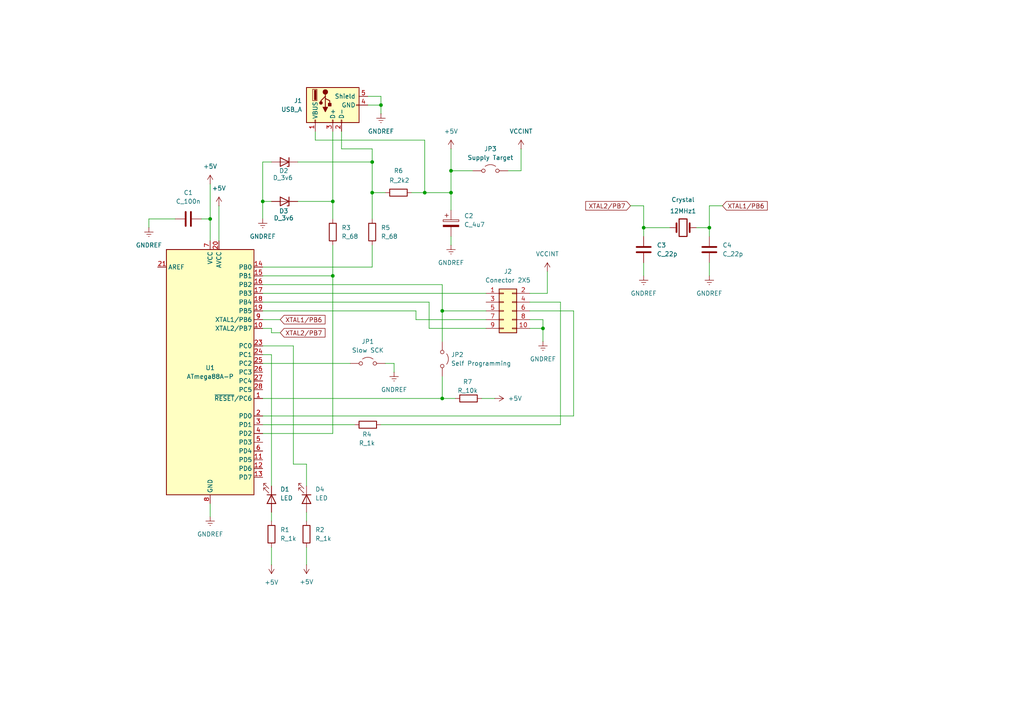
<source format=kicad_sch>
(kicad_sch (version 20231120) (generator "eeschema") (generator_version "8.0")
  (paper "A4")
  (lib_symbols
    (symbol "Connector:USB_A" (pin_names (offset 1.016))
      (property "Reference" "J" (at -5.08 11.43 0))
      (property "Value" "USB_A" (at -5.08 8.89 0))
      (symbol "USB_A_0_1"
        (rectangle (start -5.08 -7.62) (end 5.08 7.62) (stroke (width 0.254)) (fill (type background)))
        (circle (center -3.81 2.159) (radius 0.635) (stroke (width 0.254)) (fill (type outline)))
        (rectangle (start -1.524 4.826) (end -4.318 5.334) (fill (type outline)))
        (rectangle (start -1.27 4.572) (end -4.572 5.842))
        (circle (center -0.635 3.429) (radius 0.381) (stroke (width 0.254)) (fill (type outline)))
        (rectangle (start -0.127 -7.62) (end 0.127 -6.858))
        (polyline (pts (xy -3.175 2.159) (xy -2.54 2.159) (xy -1.27 3.429) (xy -0.635 3.429)) (stroke (width 0.254)))
        (polyline (pts (xy -2.54 2.159) (xy -1.905 2.159) (xy -1.27 0.889) (xy 0 0.889)) (stroke (width 0.254)))
        (polyline (pts (xy 0.635 2.794) (xy 0.635 1.524) (xy 1.905 2.159) (xy 0.635 2.794)) (stroke (width 0.254)) (fill (type outline)))
        (rectangle (start 0.254 1.27) (end -0.508 0.508) (stroke (width 0.254)) (fill (type outline)))
        (rectangle (start 5.08 -2.667) (end 4.318 -2.413))
        (rectangle (start 5.08 -0.127) (end 4.318 0.127))
        (rectangle (start 5.08 4.953) (end 4.318 5.207))
      )
      (symbol "USB_A_1_1"
        (polyline (pts (xy -1.905 2.159) (xy 0.635 2.159)) (stroke (width 0.254)))
        (pin power_in line (at 7.62 5.08 180) (length 2.54) (name "VBUS") (number "1"))
        (pin bidirectional line (at 7.62 -2.54 180) (length 2.54) (name "D-") (number "2"))
        (pin bidirectional line (at 7.62 0 180) (length 2.54) (name "D+") (number "3"))
        (pin power_in line (at 0 -10.16 90) (length 2.54) (name "GND") (number "4"))
        (pin passive line (at -2.54 -10.16 90) (length 2.54) (name "Shield") (number "5"))
      )
    )
    (symbol "Connector_Generic:Conn_02x05_Odd_Even" (pin_names (offset 1.016) hide)
      (property "Reference" "J" (at 1.27 7.62 0))
      (property "Value" "Conn_02x05_Odd_Even" (at 1.27 -7.62 0))
      (symbol "Conn_02x05_Odd_Even_1_1"
        (rectangle (start -1.27 -4.953) (end 0 -5.207) (stroke (width 0.1524)))
        (rectangle (start -1.27 -2.413) (end 0 -2.667) (stroke (width 0.1524)))
        (rectangle (start -1.27 0.127) (end 0 -0.127) (stroke (width 0.1524)))
        (rectangle (start -1.27 2.667) (end 0 2.413) (stroke (width 0.1524)))
        (rectangle (start -1.27 5.207) (end 0 4.953) (stroke (width 0.1524)))
        (rectangle (start -1.27 6.35) (end 3.81 -6.35) (stroke (width 0.254)) (fill (type background)))
        (rectangle (start 3.81 -4.953) (end 2.54 -5.207) (stroke (width 0.1524)))
        (rectangle (start 3.81 -2.413) (end 2.54 -2.667) (stroke (width 0.1524)))
        (rectangle (start 3.81 0.127) (end 2.54 -0.127) (stroke (width 0.1524)))
        (rectangle (start 3.81 2.667) (end 2.54 2.413) (stroke (width 0.1524)))
        (rectangle (start 3.81 5.207) (end 2.54 4.953) (stroke (width 0.1524)))
        (pin passive line (at -5.08 5.08 0) (length 3.81) (name "Pin_1") (number "1"))
        (pin passive line (at 7.62 -5.08 180) (length 3.81) (name "Pin_10") (number "10"))
        (pin passive line (at 7.62 5.08 180) (length 3.81) (name "Pin_2") (number "2"))
        (pin passive line (at -5.08 2.54 0) (length 3.81) (name "Pin_3") (number "3"))
        (pin passive line (at 7.62 2.54 180) (length 3.81) (name "Pin_4") (number "4"))
        (pin passive line (at -5.08 0 0) (length 3.81) (name "Pin_5") (number "5"))
        (pin passive line (at 7.62 0 180) (length 3.81) (name "Pin_6") (number "6"))
        (pin passive line (at -5.08 -2.54 0) (length 3.81) (name "Pin_7") (number "7"))
        (pin passive line (at 7.62 -2.54 180) (length 3.81) (name "Pin_8") (number "8"))
        (pin passive line (at -5.08 -5.08 0) (length 3.81) (name "Pin_9") (number "9"))
      )
    )
    (symbol "Device:C" (pin_numbers hide) (pin_names (offset 0.254))
      (property "Reference" "C" (at 0.635 2.54 0))
      (property "Value" "C" (at 0.635 -2.54 0))
      (symbol "C_0_1"
        (polyline (pts (xy -2.032 -0.762) (xy 2.032 -0.762)) (stroke (width 0.508)))
        (polyline (pts (xy -2.032 0.762) (xy 2.032 0.762)) (stroke (width 0.508)))
      )
      (symbol "C_1_1"
        (pin passive line (at 0 3.81 270) (length 2.794) (name "~") (number "1"))
        (pin passive line (at 0 -3.81 90) (length 2.794) (name "~") (number "2"))
      )
    )
    (symbol "Device:C_Polarized" (pin_numbers hide) (pin_names (offset 0.254))
      (property "Reference" "C" (at 0.635 2.54 0))
      (property "Value" "C_Polarized" (at 0.635 -2.54 0))
      (symbol "C_Polarized_0_1"
        (rectangle (start -2.286 0.508) (end 2.286 1.016))
        (polyline (pts (xy -1.778 2.286) (xy -0.762 2.286)))
        (polyline (pts (xy -1.27 2.794) (xy -1.27 1.778)))
        (rectangle (start 2.286 -0.508) (end -2.286 -1.016) (fill (type outline)))
      )
      (symbol "C_Polarized_1_1"
        (pin passive line (at 0 3.81 270) (length 2.794) (name "~") (number "1"))
        (pin passive line (at 0 -3.81 90) (length 2.794) (name "~") (number "2"))
      )
    )
    (symbol "Device:Crystal" (pin_numbers hide) (pin_names (offset 1.016) hide)
      (property "Reference" "Y" (at 0 3.81 0))
      (property "Value" "Crystal" (at 0 -3.81 0))
      (symbol "Crystal_0_1"
        (rectangle (start -1.143 2.54) (end 1.143 -2.54) (stroke (width 0.3048)))
        (polyline (pts (xy -2.54 0) (xy -1.905 0)))
        (polyline (pts (xy -1.905 -1.27) (xy -1.905 1.27)) (stroke (width 0.508)))
        (polyline (pts (xy 1.905 -1.27) (xy 1.905 1.27)) (stroke (width 0.508)))
        (polyline (pts (xy 2.54 0) (xy 1.905 0)))
      )
      (symbol "Crystal_1_1"
        (pin passive line (at -3.81 0 0) (length 1.27) (name "1") (number "1"))
        (pin passive line (at 3.81 0 180) (length 1.27) (name "2") (number "2"))
      )
    )
    (symbol "Device:D_Zener" (pin_numbers hide) (pin_names (offset 1.016) hide)
      (property "Reference" "D" (at 0 2.54 0))
      (property "Value" "D_Zener" (at 0 -2.54 0))
      (symbol "D_Zener_0_1"
        (polyline (pts (xy 1.27 0) (xy -1.27 0)))
        (polyline (pts (xy -1.27 -1.27) (xy -1.27 1.27) (xy -0.762 1.27)) (stroke (width 0.254)))
        (polyline (pts (xy 1.27 -1.27) (xy 1.27 1.27) (xy -1.27 0) (xy 1.27 -1.27)) (stroke (width 0.254)))
      )
      (symbol "D_Zener_1_1"
        (pin passive line (at -3.81 0 0) (length 2.54) (name "K") (number "1"))
        (pin passive line (at 3.81 0 180) (length 2.54) (name "A") (number "2"))
      )
    )
    (symbol "Device:LED" (pin_numbers hide) (pin_names (offset 1.016) hide)
      (property "Reference" "D" (at 0 2.54 0))
      (property "Value" "LED" (at 0 -2.54 0))
      (symbol "LED_0_1"
        (polyline (pts (xy -1.27 -1.27) (xy -1.27 1.27)) (stroke (width 0.254)))
        (polyline (pts (xy -1.27 0) (xy 1.27 0)))
        (polyline (pts (xy 1.27 -1.27) (xy 1.27 1.27) (xy -1.27 0) (xy 1.27 -1.27)) (stroke (width 0.254)))
        (polyline (pts (xy -3.048 -0.762) (xy -4.572 -2.286) (xy -3.81 -2.286) (xy -4.572 -2.286) (xy -4.572 -1.524)))
        (polyline (pts (xy -1.778 -0.762) (xy -3.302 -2.286) (xy -2.54 -2.286) (xy -3.302 -2.286) (xy -3.302 -1.524)))
      )
      (symbol "LED_1_1"
        (pin passive line (at -3.81 0 0) (length 2.54) (name "K") (number "1"))
        (pin passive line (at 3.81 0 180) (length 2.54) (name "A") (number "2"))
      )
    )
    (symbol "Device:R" (pin_numbers hide) (pin_names (offset 0))
      (property "Reference" "R" (at 2.032 0 90))
      (property "Value" "R" (at 0 0 90))
      (symbol "R_0_1"
        (rectangle (start -1.016 -2.54) (end 1.016 2.54) (stroke (width 0.254)))
      )
      (symbol "R_1_1"
        (pin passive line (at 0 3.81 270) (length 1.27) (name "~") (number "1"))
        (pin passive line (at 0 -3.81 90) (length 1.27) (name "~") (number "2"))
      )
    )
    (symbol "Jumper:Jumper_2_Open" (pin_numbers hide) (pin_names (offset 0) hide) (exclude_from_sim yes)
      (property "Reference" "JP" (at 0 2.794 0))
      (property "Value" "Jumper_2_Open" (at 0 -2.286 0))
      (symbol "Jumper_2_Open_0_0"
        (circle (center -2.032 0) (radius 0.508))
        (circle (center 2.032 0) (radius 0.508))
      )
      (symbol "Jumper_2_Open_0_1"
        (arc (start 1.524 1.27) (mid 0 1.778) (end -1.524 1.27))
      )
      (symbol "Jumper_2_Open_1_1"
        (pin passive line (at -5.08 0 0) (length 2.54) (name "A") (number "1"))
        (pin passive line (at 5.08 0 180) (length 2.54) (name "B") (number "2"))
      )
    )
    (symbol "MCU_Microchip_ATmega:ATmega88A-P"
      (property "Reference" "U" (at -12.7 36.83 0))
      (property "Value" "ATmega88A-P" (at 2.54 -36.83 0))
      (symbol "ATmega88A-P_0_1"
        (rectangle (start -12.7 -35.56) (end 12.7 35.56) (stroke (width 0.254)) (fill (type background)))
      )
      (symbol "ATmega88A-P_1_1"
        (pin bidirectional line (at 15.24 -7.62 180) (length 2.54) (name "~{RESET}/PC6") (number "1"))
        (pin bidirectional line (at 15.24 12.7 180) (length 2.54) (name "XTAL2/PB7") (number "10"))
        (pin bidirectional line (at 15.24 -25.4 180) (length 2.54) (name "PD5") (number "11"))
        (pin bidirectional line (at 15.24 -27.94 180) (length 2.54) (name "PD6") (number "12"))
        (pin bidirectional line (at 15.24 -30.48 180) (length 2.54) (name "PD7") (number "13"))
        (pin bidirectional line (at 15.24 30.48 180) (length 2.54) (name "PB0") (number "14"))
        (pin bidirectional line (at 15.24 27.94 180) (length 2.54) (name "PB1") (number "15"))
        (pin bidirectional line (at 15.24 25.4 180) (length 2.54) (name "PB2") (number "16"))
        (pin bidirectional line (at 15.24 22.86 180) (length 2.54) (name "PB3") (number "17"))
        (pin bidirectional line (at 15.24 20.32 180) (length 2.54) (name "PB4") (number "18"))
        (pin bidirectional line (at 15.24 17.78 180) (length 2.54) (name "PB5") (number "19"))
        (pin bidirectional line (at 15.24 -12.7 180) (length 2.54) (name "PD0") (number "2"))
        (pin power_in line (at 2.54 38.1 270) (length 2.54) (name "AVCC") (number "20"))
        (pin passive line (at -15.24 30.48 0) (length 2.54) (name "AREF") (number "21"))
        (pin passive line (at 0 -38.1 90) (length 2.54) hide (name "GND") (number "22"))
        (pin bidirectional line (at 15.24 7.62 180) (length 2.54) (name "PC0") (number "23"))
        (pin bidirectional line (at 15.24 5.08 180) (length 2.54) (name "PC1") (number "24"))
        (pin bidirectional line (at 15.24 2.54 180) (length 2.54) (name "PC2") (number "25"))
        (pin bidirectional line (at 15.24 0 180) (length 2.54) (name "PC3") (number "26"))
        (pin bidirectional line (at 15.24 -2.54 180) (length 2.54) (name "PC4") (number "27"))
        (pin bidirectional line (at 15.24 -5.08 180) (length 2.54) (name "PC5") (number "28"))
        (pin bidirectional line (at 15.24 -15.24 180) (length 2.54) (name "PD1") (number "3"))
        (pin bidirectional line (at 15.24 -17.78 180) (length 2.54) (name "PD2") (number "4"))
        (pin bidirectional line (at 15.24 -20.32 180) (length 2.54) (name "PD3") (number "5"))
        (pin bidirectional line (at 15.24 -22.86 180) (length 2.54) (name "PD4") (number "6"))
        (pin power_in line (at 0 38.1 270) (length 2.54) (name "VCC") (number "7"))
        (pin power_in line (at 0 -38.1 90) (length 2.54) (name "GND") (number "8"))
        (pin bidirectional line (at 15.24 15.24 180) (length 2.54) (name "XTAL1/PB6") (number "9"))
      )
    )
    (symbol "power:+5V" (power) (pin_numbers hide) (pin_names (offset 0) hide)
      (property "Value" "+5V" (at 0 3.556 0))
      (symbol "+5V_0_1"
        (polyline (pts (xy -0.762 1.27) (xy 0 2.54)))
        (polyline (pts (xy 0 0) (xy 0 2.54)))
        (polyline (pts (xy 0 2.54) (xy 0.762 1.27)))
      )
      (symbol "+5V_1_1"
        (pin power_in line (at 0 0 90) (length 0) (name "~") (number "1"))
      )
    )
    (symbol "power:GNDREF" (power) (pin_numbers hide) (pin_names (offset 0) hide)
      (property "Value" "GNDREF" (at 0 -3.81 0))
      (symbol "GNDREF_0_1"
        (polyline (pts (xy -0.635 -1.905) (xy 0.635 -1.905)))
        (polyline (pts (xy -0.127 -2.54) (xy 0.127 -2.54)))
        (polyline (pts (xy 0 -1.27) (xy 0 0)))
        (polyline (pts (xy 1.27 -1.27) (xy -1.27 -1.27)))
      )
      (symbol "GNDREF_1_1"
        (pin power_in line (at 0 0 270) (length 0) (name "~") (number "1"))
      )
    )
    (symbol "power:VCC" (power) (pin_numbers hide) (pin_names (offset 0) hide)
      (property "Value" "VCC" (at 0 3.556 0))
      (symbol "VCC_0_1"
        (polyline (pts (xy -0.762 1.27) (xy 0 2.54)))
        (polyline (pts (xy 0 0) (xy 0 2.54)))
        (polyline (pts (xy 0 2.54) (xy 0.762 1.27)))
      )
      (symbol "VCC_1_1"
        (pin power_in line (at 0 0 90) (length 0) (name "~") (number "1"))
      )
    )
  )
  (junction (at 96.52 80.01))
  (junction (at 60.96 63.5))
  (junction (at 110.49 30.48))
  (junction (at 107.95 46.99))
  (junction (at 128.27 115.57))
  (junction (at 186.69 66.04))
  (junction (at 107.95 55.88))
  (junction (at 96.52 58.42))
  (junction (at 130.81 55.88))
  (junction (at 128.27 90.17))
  (junction (at 205.74 66.04))
  (junction (at 123.19 55.88))
  (junction (at 76.2 58.42))
  (junction (at 157.48 95.25))
  (junction (at 130.81 49.53))
  (wire (pts (xy 124.46 95.25) (xy 124.46 87.63)))
  (wire (pts (xy 166.37 120.65) (xy 166.37 90.17)))
  (wire (pts (xy 76.2 90.17) (xy 120.65 90.17)))
  (wire (pts (xy 147.32 49.53) (xy 151.13 49.53)))
  (wire (pts (xy 85.09 134.62) (xy 88.9 134.62)))
  (wire (pts (xy 137.16 49.53) (xy 130.81 49.53)))
  (wire (pts (xy 139.7 115.57) (xy 143.51 115.57)))
  (wire (pts (xy 128.27 115.57) (xy 132.08 115.57)))
  (wire (pts (xy 107.95 55.88) (xy 111.76 55.88)))
  (wire (pts (xy 76.2 115.57) (xy 128.27 115.57)))
  (wire (pts (xy 76.2 77.47) (xy 107.95 77.47)))
  (wire (pts (xy 107.95 55.88) (xy 107.95 63.5)))
  (wire (pts (xy 128.27 82.55) (xy 128.27 90.17)))
  (wire (pts (xy 201.93 66.04) (xy 205.74 66.04)))
  (wire (pts (xy 96.52 58.42) (xy 96.52 63.5)))
  (wire (pts (xy 130.81 68.58) (xy 130.81 71.12)))
  (wire (pts (xy 140.97 95.25) (xy 124.46 95.25)))
  (wire (pts (xy 85.09 100.33) (xy 76.2 100.33)))
  (wire (pts (xy 158.75 85.09) (xy 158.75 78.74)))
  (wire (pts (xy 106.68 30.48) (xy 110.49 30.48)))
  (wire (pts (xy 76.2 58.42) (xy 78.74 58.42)))
  (wire (pts (xy 153.67 95.25) (xy 157.48 95.25)))
  (wire (pts (xy 123.19 40.64) (xy 91.44 40.64)))
  (wire (pts (xy 157.48 95.25) (xy 157.48 92.71)))
  (wire (pts (xy 60.96 63.5) (xy 58.42 63.5)))
  (wire (pts (xy 186.69 59.69) (xy 186.69 66.04)))
  (wire (pts (xy 107.95 43.18) (xy 107.95 46.99)))
  (wire (pts (xy 114.3 105.41) (xy 114.3 107.95)))
  (wire (pts (xy 76.2 58.42) (xy 76.2 46.99)))
  (wire (pts (xy 99.06 43.18) (xy 107.95 43.18)))
  (wire (pts (xy 119.38 55.88) (xy 123.19 55.88)))
  (wire (pts (xy 86.36 58.42) (xy 96.52 58.42)))
  (wire (pts (xy 76.2 82.55) (xy 128.27 82.55)))
  (wire (pts (xy 60.96 146.05) (xy 60.96 149.86)))
  (wire (pts (xy 76.2 46.99) (xy 78.74 46.99)))
  (wire (pts (xy 88.9 134.62) (xy 88.9 140.97)))
  (wire (pts (xy 85.09 100.33) (xy 85.09 134.62)))
  (wire (pts (xy 76.2 92.71) (xy 81.28 92.71)))
  (wire (pts (xy 157.48 92.71) (xy 153.67 92.71)))
  (wire (pts (xy 86.36 46.99) (xy 107.95 46.99)))
  (wire (pts (xy 153.67 85.09) (xy 158.75 85.09)))
  (wire (pts (xy 205.74 66.04) (xy 205.74 68.58)))
  (wire (pts (xy 166.37 90.17) (xy 153.67 90.17)))
  (wire (pts (xy 128.27 90.17) (xy 128.27 99.06)))
  (wire (pts (xy 78.74 102.87) (xy 78.74 140.97)))
  (wire (pts (xy 186.69 66.04) (xy 186.69 68.58)))
  (wire (pts (xy 88.9 158.75) (xy 88.9 163.83)))
  (wire (pts (xy 205.74 59.69) (xy 205.74 66.04)))
  (wire (pts (xy 128.27 90.17) (xy 140.97 90.17)))
  (wire (pts (xy 96.52 125.73) (xy 96.52 80.01)))
  (wire (pts (xy 205.74 76.2) (xy 205.74 80.01)))
  (wire (pts (xy 43.18 63.5) (xy 43.18 66.04)))
  (wire (pts (xy 111.76 105.41) (xy 114.3 105.41)))
  (wire (pts (xy 123.19 55.88) (xy 123.19 40.64)))
  (wire (pts (xy 162.56 87.63) (xy 162.56 123.19)))
  (wire (pts (xy 76.2 102.87) (xy 78.74 102.87)))
  (wire (pts (xy 120.65 92.71) (xy 120.65 90.17)))
  (wire (pts (xy 106.68 27.94) (xy 110.49 27.94)))
  (wire (pts (xy 76.2 120.65) (xy 166.37 120.65)))
  (wire (pts (xy 96.52 38.1) (xy 96.52 58.42)))
  (wire (pts (xy 110.49 27.94) (xy 110.49 30.48)))
  (wire (pts (xy 88.9 148.59) (xy 88.9 151.13)))
  (wire (pts (xy 186.69 59.69) (xy 182.88 59.69)))
  (wire (pts (xy 50.8 63.5) (xy 43.18 63.5)))
  (wire (pts (xy 60.96 53.34) (xy 60.96 63.5)))
  (wire (pts (xy 128.27 109.22) (xy 128.27 115.57)))
  (wire (pts (xy 99.06 38.1) (xy 99.06 43.18)))
  (wire (pts (xy 78.74 148.59) (xy 78.74 151.13)))
  (wire (pts (xy 162.56 123.19) (xy 110.49 123.19)))
  (wire (pts (xy 60.96 69.85) (xy 60.96 63.5)))
  (wire (pts (xy 130.81 49.53) (xy 130.81 55.88)))
  (wire (pts (xy 78.74 96.52) (xy 81.28 96.52)))
  (wire (pts (xy 96.52 71.12) (xy 96.52 80.01)))
  (wire (pts (xy 140.97 92.71) (xy 120.65 92.71)))
  (wire (pts (xy 76.2 85.09) (xy 140.97 85.09)))
  (wire (pts (xy 76.2 105.41) (xy 101.6 105.41)))
  (wire (pts (xy 76.2 95.25) (xy 78.74 95.25)))
  (wire (pts (xy 130.81 55.88) (xy 130.81 60.96)))
  (wire (pts (xy 76.2 63.5) (xy 76.2 58.42)))
  (wire (pts (xy 107.95 77.47) (xy 107.95 71.12)))
  (wire (pts (xy 63.5 59.69) (xy 63.5 69.85)))
  (wire (pts (xy 130.81 55.88) (xy 123.19 55.88)))
  (wire (pts (xy 78.74 95.25) (xy 78.74 96.52)))
  (wire (pts (xy 157.48 99.06) (xy 157.48 95.25)))
  (wire (pts (xy 151.13 49.53) (xy 151.13 43.18)))
  (wire (pts (xy 194.31 66.04) (xy 186.69 66.04)))
  (wire (pts (xy 76.2 80.01) (xy 96.52 80.01)))
  (wire (pts (xy 110.49 30.48) (xy 110.49 33.02)))
  (wire (pts (xy 78.74 158.75) (xy 78.74 163.83)))
  (wire (pts (xy 107.95 46.99) (xy 107.95 55.88)))
  (wire (pts (xy 91.44 40.64) (xy 91.44 38.1)))
  (wire (pts (xy 76.2 125.73) (xy 96.52 125.73)))
  (wire (pts (xy 205.74 59.69) (xy 209.55 59.69)))
  (wire (pts (xy 130.81 43.18) (xy 130.81 49.53)))
  (wire (pts (xy 76.2 123.19) (xy 102.87 123.19)))
  (wire (pts (xy 76.2 87.63) (xy 124.46 87.63)))
  (wire (pts (xy 153.67 87.63) (xy 162.56 87.63)))
  (wire (pts (xy 186.69 76.2) (xy 186.69 80.01)))
  (global_label "XTAL2{slash}PB7" (shape input) (at 81.28 96.52 0) (property "Intersheetrefs" "${INTERSHEET_REFS}" (effects (hide yes))))
  (global_label "XTAL2{slash}PB7" (shape input) (at 182.88 59.69 180) (property "Intersheetrefs" "${INTERSHEET_REFS}" (effects (hide yes))))
  (global_label "XTAL1{slash}PB6" (shape input) (at 81.28 92.71 0) (property "Intersheetrefs" "${INTERSHEET_REFS}" (effects (hide yes))))
  (global_label "XTAL1{slash}PB6" (shape input) (at 209.55 59.69 0) (property "Intersheetrefs" "${INTERSHEET_REFS}" (effects (hide yes))))
  (symbol (lib_id "power:VCC") (at 158.75 78.74 0) (unit 1)
    (property "Reference" "#PWR015" (effects (hide yes)))
    (property "Value" "VCCINT" (at 158.75 73.66 0))
    (property "Description" "Power symbol creates a global label with name \"VCC\"" (effects (hide yes)))
  )
  (symbol (lib_id "power:+5V") (at 60.96 53.34 0) (unit 1)
    (property "Reference" "#PWR02" (effects (hide yes)))
    (property "Value" "+5V" (at 60.96 48.26 0))
    (property "Description" "Power symbol creates a global label with name \"+5V\"" (effects (hide yes)))
  )
  (symbol (lib_id "Device:C") (at 205.74 72.39 0) (unit 1)
    (property "Reference" "C4" (at 209.55 71.1199 0) (effects (justify left)))
    (property "Value" "C_22p" (at 209.55 73.6599 0) (effects (justify left)))
    (property "Footprint" "Capacitor_SMD:C_0603_1608Metric" (effects (hide yes)))
    (property "Description" "Unpolarized capacitor" (effects (hide yes)))
  )
  (symbol (lib_id "Device:LED") (at 88.9 144.78 270) (unit 1)
    (property "Reference" "D4" (at 91.44 141.9224 90) (effects (justify left)))
    (property "Value" "LED" (at 91.44 144.4624 90) (effects (justify left)))
    (property "Footprint" "LED_SMD:LED_0201_0603Metric" (effects (hide yes)))
    (property "Description" "Light emitting diode" (effects (hide yes)))
  )
  (symbol (lib_id "Jumper:Jumper_2_Open") (at 128.27 104.14 270) (unit 1) (exclude_from_sim yes)
    (property "Reference" "JP2" (at 130.81 102.8699 90) (effects (justify left)))
    (property "Value" "Self Programming" (at 130.81 105.4099 90) (effects (justify left)))
    (property "Footprint" "Connector_PinHeader_2.54mm:PinHeader_1x02_P2.54mm_Vertical" (effects (hide yes)))
    (property "Description" "Jumper, 2-pole, open" (effects (hide yes)))
  )
  (symbol (lib_id "power:+5V") (at 63.5 59.69 0) (unit 1)
    (property "Reference" "#PWR04" (effects (hide yes)))
    (property "Value" "+5V" (at 63.5 54.61 0))
    (property "Description" "Power symbol creates a global label with name \"+5V\"" (effects (hide yes)))
  )
  (symbol (lib_id "power:VCC") (at 151.13 43.18 0) (unit 1)
    (property "Reference" "#PWR013" (effects (hide yes)))
    (property "Value" "VCCINT" (at 151.13 38.1 0))
    (property "Description" "Power symbol creates a global label with name \"VCC\"" (effects (hide yes)))
  )
  (symbol (lib_id "Jumper:Jumper_2_Open") (at 106.68 105.41 0) (unit 1) (exclude_from_sim yes)
    (property "Reference" "JP1" (at 106.68 99.06 0))
    (property "Value" "Slow SCK" (at 106.68 101.6 0))
    (property "Footprint" "Connector_PinHeader_2.54mm:PinHeader_1x02_P2.54mm_Vertical" (effects (hide yes)))
    (property "Description" "Jumper, 2-pole, open" (effects (hide yes)))
  )
  (symbol (lib_id "power:+5V") (at 88.9 163.83 180) (unit 1)
    (property "Reference" "#PWR07" (effects (hide yes)))
    (property "Value" "+5V" (at 88.9 168.7759 0))
    (property "Description" "Power symbol creates a global label with name \"+5V\"" (effects (hide yes)))
  )
  (symbol (lib_id "Device:C") (at 186.69 72.39 0) (unit 1)
    (property "Reference" "C3" (at 190.5 71.1199 0) (effects (justify left)))
    (property "Value" "C_22p" (at 190.5 73.6599 0) (effects (justify left)))
    (property "Footprint" "Capacitor_SMD:C_0603_1608Metric" (effects (hide yes)))
    (property "Description" "Unpolarized capacitor" (effects (hide yes)))
  )
  (symbol (lib_id "power:GNDREF") (at 76.2 63.5 0) (unit 1)
    (property "Reference" "#PWR05" (effects (hide yes)))
    (property "Value" "GNDREF" (at 76.2 68.58 0))
    (property "Description" "Power symbol creates a global label with name \"GNDREF\" , reference supply ground" (effects (hide yes)))
  )
  (symbol (lib_id "Device:R") (at 96.52 67.31 0) (unit 1)
    (property "Reference" "R3" (at 99.06 66.0399 0) (effects (justify left)))
    (property "Value" "R_68" (at 99.06 68.5799 0) (effects (justify left)))
    (property "Footprint" "Resistor_SMD:R_0603_1608Metric" (effects (hide yes)))
    (property "Description" "Resistor" (effects (hide yes)))
  )
  (symbol (lib_id "power:GNDREF") (at 186.69 80.01 0) (unit 1)
    (property "Reference" "#PWR016" (effects (hide yes)))
    (property "Value" "GNDREF" (at 186.69 85.09 0))
    (property "Description" "Power symbol creates a global label with name \"GNDREF\" , reference supply ground" (effects (hide yes)))
  )
  (symbol (lib_id "power:GNDREF") (at 157.48 99.06 0) (unit 1)
    (property "Reference" "#PWR014" (effects (hide yes)))
    (property "Value" "GNDREF" (at 157.48 104.14 0))
    (property "Description" "Power symbol creates a global label with name \"GNDREF\" , reference supply ground" (effects (hide yes)))
  )
  (symbol (lib_id "MCU_Microchip_ATmega:ATmega88A-P") (at 60.96 107.95 0) (unit 1)
    (property "Reference" "U1" (at 60.96 106.68 0))
    (property "Value" "ATmega88A-P" (at 60.96 109.22 0))
    (property "Footprint" "Package_DIP:DIP-28_W7.62mm" (effects (hide yes)))
    (property "Datasheet" "http://ww1.microchip.com/downloads/en/DeviceDoc/ATmega48A_88A_168A-Data-Sheet-40002007A.pdf" (effects (hide yes)))
    (property "Description" "20MHz, 8kB Flash, 1kB SRAM, 512B EEPROM, DIP-28" (effects (hide yes)))
  )
  (symbol (lib_id "Device:R") (at 115.57 55.88 90) (unit 1)
    (property "Reference" "R6" (at 115.57 49.53 90))
    (property "Value" "R_2k2" (at 115.824 52.324 90))
    (property "Footprint" "Resistor_SMD:R_0603_1608Metric" (effects (hide yes)))
    (property "Description" "Resistor" (effects (hide yes)))
  )
  (symbol (lib_id "Device:R") (at 78.74 154.94 0) (unit 1)
    (property "Reference" "R1" (at 81.28 153.6699 0) (effects (justify left)))
    (property "Value" "R_1k" (at 81.28 156.2099 0) (effects (justify left)))
    (property "Footprint" "Resistor_SMD:R_0402_1005Metric" (effects (hide yes)))
    (property "Description" "Resistor" (effects (hide yes)))
  )
  (symbol (lib_id "Device:R") (at 107.95 67.31 0) (unit 1)
    (property "Reference" "R5" (at 110.49 66.0399 0) (effects (justify left)))
    (property "Value" "R_68" (at 110.49 68.5799 0) (effects (justify left)))
    (property "Footprint" "Resistor_SMD:R_0603_1608Metric" (effects (hide yes)))
    (property "Description" "Resistor" (effects (hide yes)))
  )
  (symbol (lib_id "Jumper:Jumper_2_Open") (at 142.24 49.53 0) (unit 1) (exclude_from_sim yes)
    (property "Reference" "JP3" (at 142.24 43.18 0))
    (property "Value" "Supply Target" (at 142.24 45.72 0))
    (property "Footprint" "Connector_PinHeader_2.54mm:PinHeader_1x02_P2.54mm_Vertical" (effects (hide yes)))
    (property "Description" "Jumper, 2-pole, open" (effects (hide yes)))
  )
  (symbol (lib_id "power:GNDREF") (at 110.49 33.02 0) (unit 1)
    (property "Reference" "#PWR08" (effects (hide yes)))
    (property "Value" "GNDREF" (at 110.49 38.1 0))
    (property "Description" "Power symbol creates a global label with name \"GNDREF\" , reference supply ground" (effects (hide yes)))
  )
  (symbol (lib_id "Device:D_Zener") (at 82.55 46.99 180) (unit 1)
    (property "Reference" "D2" (at 82.296 49.53 0))
    (property "Value" "D_3v6" (at 82.042 51.562 0))
    (property "Footprint" "Diode_SMD:D_SOD-123" (effects (hide yes)))
    (property "Description" "Zener diode" (effects (hide yes)))
  )
  (symbol (lib_id "Device:C_Polarized") (at 130.81 64.77 0) (unit 1)
    (property "Reference" "C2" (at 134.62 62.6109 0) (effects (justify left)))
    (property "Value" "C_4u7" (at 134.62 65.1509 0) (effects (justify left)))
    (property "Footprint" "Capacitor_Tantalum_SMD:CP_EIA-3528-21_Kemet-B" (effects (hide yes)))
    (property "Description" "Polarized capacitor" (effects (hide yes)))
  )
  (symbol (lib_id "Connector:USB_A") (at 96.52 30.48 90) (mirror x) (unit 1)
    (property "Reference" "J1" (at 87.63 29.2099 90) (effects (justify left)))
    (property "Value" "USB_A" (at 87.63 31.7499 90) (effects (justify left)))
    (property "Footprint" "Connector_USB:USB_A_CNCTech_1001-011-01101_Horizontal" (effects (hide yes)))
    (property "Description" "USB Type A connector" (effects (hide yes)))
  )
  (symbol (lib_id "power:GNDREF") (at 43.18 66.04 0) (unit 1)
    (property "Reference" "#PWR01" (effects (hide yes)))
    (property "Value" "GNDREF" (at 43.18 71.12 0))
    (property "Description" "Power symbol creates a global label with name \"GNDREF\" , reference supply ground" (effects (hide yes)))
  )
  (symbol (lib_id "power:GNDREF") (at 130.81 71.12 0) (unit 1)
    (property "Reference" "#PWR011" (effects (hide yes)))
    (property "Value" "GNDREF" (at 130.81 76.2 0))
    (property "Description" "Power symbol creates a global label with name \"GNDREF\" , reference supply ground" (effects (hide yes)))
  )
  (symbol (lib_id "Device:LED") (at 78.74 144.78 270) (unit 1)
    (property "Reference" "D1" (at 81.28 141.9224 90) (effects (justify left)))
    (property "Value" "LED" (at 81.28 144.4624 90) (effects (justify left)))
    (property "Footprint" "LED_SMD:LED_0201_0603Metric" (effects (hide yes)))
    (property "Description" "Light emitting diode" (effects (hide yes)))
  )
  (symbol (lib_id "power:+5V") (at 130.81 43.18 0) (unit 1)
    (property "Reference" "#PWR010" (effects (hide yes)))
    (property "Value" "+5V" (at 130.81 38.1 0))
    (property "Description" "Power symbol creates a global label with name \"+5V\"" (effects (hide yes)))
  )
  (symbol (lib_id "Device:R") (at 88.9 154.94 0) (unit 1)
    (property "Reference" "R2" (at 91.44 153.6699 0) (effects (justify left)))
    (property "Value" "R_1k" (at 91.44 156.2099 0) (effects (justify left)))
    (property "Footprint" "Resistor_SMD:R_0402_1005Metric" (effects (hide yes)))
    (property "Description" "Resistor" (effects (hide yes)))
  )
  (symbol (lib_id "power:GNDREF") (at 114.3 107.95 0) (unit 1)
    (property "Reference" "#PWR09" (effects (hide yes)))
    (property "Value" "GNDREF" (at 114.3 113.03 0))
    (property "Description" "Power symbol creates a global label with name \"GNDREF\" , reference supply ground" (effects (hide yes)))
  )
  (symbol (lib_id "Device:R") (at 106.68 123.19 90) (unit 1)
    (property "Reference" "R4" (at 106.426 125.984 90))
    (property "Value" "R_1k" (at 106.426 128.524 90))
    (property "Footprint" "Resistor_SMD:R_0603_1608Metric" (effects (hide yes)))
    (property "Description" "Resistor" (effects (hide yes)))
  )
  (symbol (lib_id "Device:C") (at 54.61 63.5 90) (unit 1)
    (property "Reference" "C1" (at 54.61 55.88 90))
    (property "Value" "C_100n" (at 54.61 58.42 90))
    (property "Footprint" "Capacitor_SMD:C_0603_1608Metric" (effects (hide yes)))
    (property "Description" "Unpolarized capacitor" (effects (hide yes)))
  )
  (symbol (lib_id "power:GNDREF") (at 60.96 149.86 0) (unit 1)
    (property "Reference" "#PWR03" (effects (hide yes)))
    (property "Value" "GNDREF" (at 60.96 154.94 0))
    (property "Description" "Power symbol creates a global label with name \"GNDREF\" , reference supply ground" (effects (hide yes)))
  )
  (symbol (lib_id "power:GNDREF") (at 205.74 80.01 0) (unit 1)
    (property "Reference" "#PWR017" (effects (hide yes)))
    (property "Value" "GNDREF" (at 205.74 85.09 0))
    (property "Description" "Power symbol creates a global label with name \"GNDREF\" , reference supply ground" (effects (hide yes)))
  )
  (symbol (lib_id "power:+5V") (at 78.74 163.83 180) (unit 1)
    (property "Reference" "#PWR06" (effects (hide yes)))
    (property "Value" "+5V" (at 78.74 168.91 0))
    (property "Description" "Power symbol creates a global label with name \"+5V\"" (effects (hide yes)))
  )
  (symbol (lib_id "Connector_Generic:Conn_02x05_Odd_Even") (at 146.05 90.17 0) (unit 1)
    (property "Reference" "J2" (at 147.32 78.74 0))
    (property "Value" "Conector 2X5" (at 147.32 81.28 0))
    (property "Footprint" "Connector_IDC:IDC-Header_2x05_P2.54mm_Vertical" (effects (hide yes)))
    (property "Description" "Generic connector, double row, 02x05, odd/even pin numbering scheme (row 1 odd numbers, row 2 even numbers), script generated (kicad-library-utils/schlib/autogen/connector/)" (effects (hide yes)))
  )
  (symbol (lib_id "Device:D_Zener") (at 82.55 58.42 180) (unit 1)
    (property "Reference" "D3" (at 82.296 61.214 0))
    (property "Value" "D_3v6" (at 82.296 63.246 0))
    (property "Footprint" "Diode_SMD:D_SOD-123" (effects (hide yes)))
    (property "Description" "Zener diode" (effects (hide yes)))
  )
  (symbol (lib_id "power:+5V") (at 143.51 115.57 270) (unit 1)
    (property "Reference" "#PWR012" (effects (hide yes)))
    (property "Value" "+5V" (at 147.32 115.5699 90) (effects (justify left)))
    (property "Description" "Power symbol creates a global label with name \"+5V\"" (effects (hide yes)))
  )
  (symbol (lib_id "Device:R") (at 135.89 115.57 90) (unit 1)
    (property "Reference" "R7" (at 135.636 110.744 90))
    (property "Value" "R_10k" (at 135.636 113.284 90))
    (property "Footprint" "Resistor_SMD:R_0603_1608Metric" (effects (hide yes)))
    (property "Description" "Resistor" (effects (hide yes)))
  )
  (symbol (lib_id "Device:Crystal") (at 198.12 66.04 0) (unit 1)
    (property "Reference" "12MHz1" (at 198.12 61.214 0))
    (property "Value" "Crystal" (at 198.12 57.912 0))
    (property "Footprint" "Crystal:Crystal_SMD_0603-4Pin_6.0x3.5mm" (effects (hide yes)))
    (property "Description" "Two pin crystal" (effects (hide yes)))
  )
)
</source>
